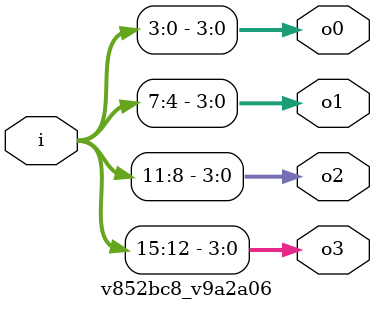
<source format=v>
module v852bc8_v9a2a06 (
 input [15:0] i,
 output [3:0] o3,
 output [3:0] o2,
 output [3:0] o1,
 output [3:0] o0
);
 assign o3 = i[15:12];
 assign o2 = i[11:8];
 assign o1 = i[7:4];
 assign o0 = i[3:0];
endmodule
</source>
